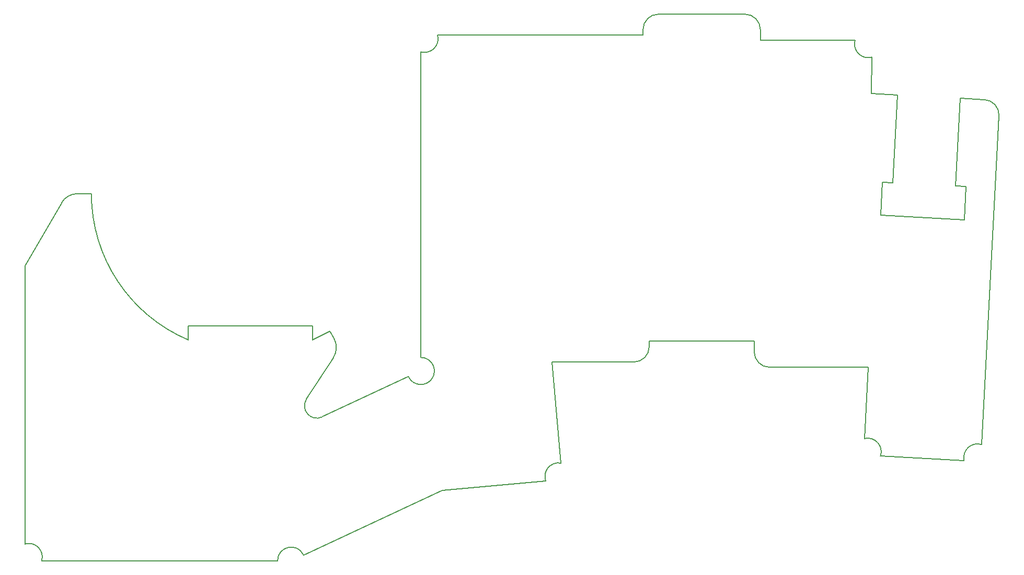
<source format=gm1>
%TF.GenerationSoftware,KiCad,Pcbnew,7.0.7*%
%TF.CreationDate,2024-10-06T22:50:33+09:00*%
%TF.ProjectId,evoroll,65766f72-6f6c-46c2-9e6b-696361645f70,rev?*%
%TF.SameCoordinates,Original*%
%TF.FileFunction,Profile,NP*%
%FSLAX46Y46*%
G04 Gerber Fmt 4.6, Leading zero omitted, Abs format (unit mm)*
G04 Created by KiCad (PCBNEW 7.0.7) date 2024-10-06 22:50:33*
%MOMM*%
%LPD*%
G01*
G04 APERTURE LIST*
%TA.AperFunction,Profile*%
%ADD10C,0.200000*%
%TD*%
G04 APERTURE END LIST*
D10*
X153135849Y-34555151D02*
X153189477Y-28619578D01*
X157341005Y-34775534D02*
X156597834Y-48956074D01*
X170994012Y-91442191D02*
X173787415Y-38140885D01*
X171421681Y-35513471D02*
X167527026Y-35309361D01*
X154590753Y-93302862D02*
X168138958Y-94012893D01*
X168198911Y-54971471D02*
X168481525Y-49578872D01*
X152625204Y-78900790D02*
X152020051Y-90447808D01*
X154617550Y-54259702D02*
X168198911Y-54971471D01*
X136635849Y-78900790D02*
X152625204Y-78900790D01*
X154900164Y-48867103D02*
X154617550Y-54259702D01*
X134135849Y-74650790D02*
X134135849Y-76400790D01*
X117135849Y-74650790D02*
X134135849Y-74650790D01*
X62575000Y-74462950D02*
G75*
G03*
X65400000Y-73055300I-10049919J23707649D01*
G01*
X117135849Y-75550790D02*
X117135849Y-74650790D01*
X118635849Y-21650720D02*
G75*
G03*
X116135849Y-24150790I40J-2500040D01*
G01*
X101417189Y-78050790D02*
X114635849Y-78050790D01*
X135135859Y-24150790D02*
G75*
G03*
X132635849Y-21650790I-2499970J30D01*
G01*
X102850610Y-94434861D02*
X101417189Y-78050790D01*
X134135859Y-76400790D02*
G75*
G03*
X136635849Y-78900790I2500030J30D01*
G01*
X83602623Y-98845820D02*
X100381114Y-97377892D01*
X26775000Y-50755146D02*
G75*
G03*
X42475000Y-74462949I25750004J4D01*
G01*
X62575000Y-72155146D02*
X62575000Y-74462950D01*
X42475000Y-72155146D02*
X62575000Y-72155146D01*
X42475000Y-74462950D02*
X42475000Y-72155146D01*
X170994035Y-91442123D02*
G75*
G03*
X168138959Y-94012893I-709946J-2082337D01*
G01*
X154590746Y-93302860D02*
G75*
G03*
X152020051Y-90447809I-2082297J709950D01*
G01*
X24523512Y-50755146D02*
X26775000Y-50755146D01*
X66054532Y-74188982D02*
X65400000Y-73055300D01*
X21925436Y-52255146D02*
X16025000Y-62475000D01*
X24523512Y-50755147D02*
G75*
G03*
X21925437Y-52255146I-3J-2999994D01*
G01*
X16025000Y-62475000D02*
X16025000Y-107538544D01*
X65975780Y-77317783D02*
G75*
G03*
X66054532Y-74188982I-2519321J1628803D01*
G01*
X18741602Y-110255146D02*
X56935245Y-110255146D01*
X61618642Y-84057127D02*
G75*
G03*
X64143429Y-86955609I1679550J-1085868D01*
G01*
X61129122Y-109325385D02*
X83602623Y-98845820D01*
X114635849Y-78050720D02*
G75*
G03*
X117135849Y-75550790I40J2499960D01*
G01*
X156597834Y-48956074D02*
X154900164Y-48867103D01*
X150471022Y-25903503D02*
X135135849Y-25903503D01*
X166783855Y-49489900D02*
X168481525Y-49578872D01*
X135135849Y-25903503D02*
X135135849Y-24150790D01*
X166783855Y-49489900D02*
X167527026Y-35309361D01*
X132635849Y-21650790D02*
X118635849Y-21650790D01*
X173787475Y-38140888D02*
G75*
G03*
X171421681Y-35513472I-2496586J130828D01*
G01*
X116135849Y-24150790D02*
X116135849Y-25050790D01*
X157341005Y-34775534D02*
X153135849Y-34555151D01*
X116135849Y-25050790D02*
X82852450Y-25050790D01*
X80135849Y-27767391D02*
X80135849Y-77298223D01*
X78141972Y-80427983D02*
X64143429Y-86955610D01*
X61618642Y-84057127D02*
X65975782Y-77317784D01*
X18741601Y-110255146D02*
G75*
G03*
X16025000Y-107538545I-2116602J599999D01*
G01*
X61129122Y-109325385D02*
G75*
G03*
X56935245Y-110255146I-1993877J-929760D01*
G01*
X102850625Y-94434784D02*
G75*
G03*
X100381115Y-97377892I-413236J-2160876D01*
G01*
X78141976Y-80427981D02*
G75*
G03*
X80135849Y-77298223I1993873J929761D01*
G01*
X80135849Y-27767390D02*
G75*
G03*
X82852449Y-25050790I600000J2116600D01*
G01*
X150471014Y-25903501D02*
G75*
G03*
X153189477Y-28619578I2116605J-599999D01*
G01*
M02*

</source>
